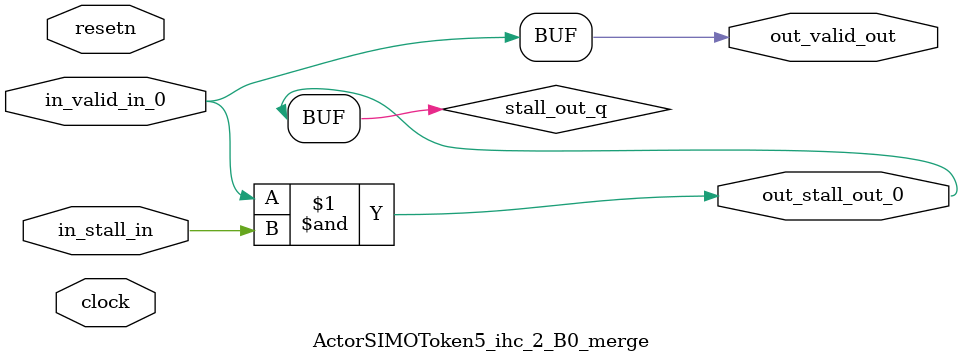
<source format=sv>



(* altera_attribute = "-name AUTO_SHIFT_REGISTER_RECOGNITION OFF; -name MESSAGE_DISABLE 10036; -name MESSAGE_DISABLE 10037; -name MESSAGE_DISABLE 14130; -name MESSAGE_DISABLE 14320; -name MESSAGE_DISABLE 15400; -name MESSAGE_DISABLE 14130; -name MESSAGE_DISABLE 10036; -name MESSAGE_DISABLE 12020; -name MESSAGE_DISABLE 12030; -name MESSAGE_DISABLE 12010; -name MESSAGE_DISABLE 12110; -name MESSAGE_DISABLE 14320; -name MESSAGE_DISABLE 13410; -name MESSAGE_DISABLE 113007; -name MESSAGE_DISABLE 10958" *)
module ActorSIMOToken5_ihc_2_B0_merge (
    input wire [0:0] in_stall_in,
    input wire [0:0] in_valid_in_0,
    output wire [0:0] out_stall_out_0,
    output wire [0:0] out_valid_out,
    input wire clock,
    input wire resetn
    );

    wire [0:0] stall_out_q;


    // stall_out(LOGICAL,6)
    assign stall_out_q = in_valid_in_0 & in_stall_in;

    // out_stall_out_0(GPOUT,4)
    assign out_stall_out_0 = stall_out_q;

    // out_valid_out(GPOUT,5)
    assign out_valid_out = in_valid_in_0;

endmodule

</source>
